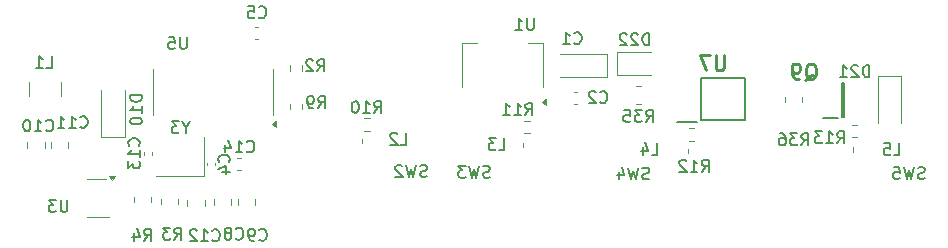
<source format=gbr>
%TF.GenerationSoftware,KiCad,Pcbnew,9.0.1*%
%TF.CreationDate,2025-06-20T00:57:13+09:00*%
%TF.ProjectId,NanoV3.3,4e616e6f-5633-42e3-932e-6b696361645f,rev?*%
%TF.SameCoordinates,Original*%
%TF.FileFunction,Legend,Bot*%
%TF.FilePolarity,Positive*%
%FSLAX46Y46*%
G04 Gerber Fmt 4.6, Leading zero omitted, Abs format (unit mm)*
G04 Created by KiCad (PCBNEW 9.0.1) date 2025-06-20 00:57:13*
%MOMM*%
%LPD*%
G01*
G04 APERTURE LIST*
%ADD10C,0.150000*%
%ADD11C,0.254000*%
%ADD12C,0.120000*%
%ADD13C,0.200000*%
G04 APERTURE END LIST*
D10*
X103319580Y-124433333D02*
X103367200Y-124385714D01*
X103367200Y-124385714D02*
X103414819Y-124242857D01*
X103414819Y-124242857D02*
X103414819Y-124147619D01*
X103414819Y-124147619D02*
X103367200Y-124004762D01*
X103367200Y-124004762D02*
X103271961Y-123909524D01*
X103271961Y-123909524D02*
X103176723Y-123861905D01*
X103176723Y-123861905D02*
X102986247Y-123814286D01*
X102986247Y-123814286D02*
X102843390Y-123814286D01*
X102843390Y-123814286D02*
X102652914Y-123861905D01*
X102652914Y-123861905D02*
X102557676Y-123909524D01*
X102557676Y-123909524D02*
X102462438Y-124004762D01*
X102462438Y-124004762D02*
X102414819Y-124147619D01*
X102414819Y-124147619D02*
X102414819Y-124242857D01*
X102414819Y-124242857D02*
X102462438Y-124385714D01*
X102462438Y-124385714D02*
X102510057Y-124433333D01*
X102748152Y-125290476D02*
X103414819Y-125290476D01*
X102367200Y-125052381D02*
X103081485Y-124814286D01*
X103081485Y-124814286D02*
X103081485Y-125433333D01*
X99676190Y-121528628D02*
X99676190Y-122004819D01*
X100009523Y-121004819D02*
X99676190Y-121528628D01*
X99676190Y-121528628D02*
X99342857Y-121004819D01*
X99104761Y-121004819D02*
X98485714Y-121004819D01*
X98485714Y-121004819D02*
X98819047Y-121385771D01*
X98819047Y-121385771D02*
X98676190Y-121385771D01*
X98676190Y-121385771D02*
X98580952Y-121433390D01*
X98580952Y-121433390D02*
X98533333Y-121481009D01*
X98533333Y-121481009D02*
X98485714Y-121576247D01*
X98485714Y-121576247D02*
X98485714Y-121814342D01*
X98485714Y-121814342D02*
X98533333Y-121909580D01*
X98533333Y-121909580D02*
X98580952Y-121957200D01*
X98580952Y-121957200D02*
X98676190Y-122004819D01*
X98676190Y-122004819D02*
X98961904Y-122004819D01*
X98961904Y-122004819D02*
X99057142Y-121957200D01*
X99057142Y-121957200D02*
X99104761Y-121909580D01*
X95954819Y-118785714D02*
X94954819Y-118785714D01*
X94954819Y-118785714D02*
X94954819Y-119023809D01*
X94954819Y-119023809D02*
X95002438Y-119166666D01*
X95002438Y-119166666D02*
X95097676Y-119261904D01*
X95097676Y-119261904D02*
X95192914Y-119309523D01*
X95192914Y-119309523D02*
X95383390Y-119357142D01*
X95383390Y-119357142D02*
X95526247Y-119357142D01*
X95526247Y-119357142D02*
X95716723Y-119309523D01*
X95716723Y-119309523D02*
X95811961Y-119261904D01*
X95811961Y-119261904D02*
X95907200Y-119166666D01*
X95907200Y-119166666D02*
X95954819Y-119023809D01*
X95954819Y-119023809D02*
X95954819Y-118785714D01*
X95954819Y-120309523D02*
X95954819Y-119738095D01*
X95954819Y-120023809D02*
X94954819Y-120023809D01*
X94954819Y-120023809D02*
X95097676Y-119928571D01*
X95097676Y-119928571D02*
X95192914Y-119833333D01*
X95192914Y-119833333D02*
X95240533Y-119738095D01*
X94954819Y-120928571D02*
X94954819Y-121023809D01*
X94954819Y-121023809D02*
X95002438Y-121119047D01*
X95002438Y-121119047D02*
X95050057Y-121166666D01*
X95050057Y-121166666D02*
X95145295Y-121214285D01*
X95145295Y-121214285D02*
X95335771Y-121261904D01*
X95335771Y-121261904D02*
X95573866Y-121261904D01*
X95573866Y-121261904D02*
X95764342Y-121214285D01*
X95764342Y-121214285D02*
X95859580Y-121166666D01*
X95859580Y-121166666D02*
X95907200Y-121119047D01*
X95907200Y-121119047D02*
X95954819Y-121023809D01*
X95954819Y-121023809D02*
X95954819Y-120928571D01*
X95954819Y-120928571D02*
X95907200Y-120833333D01*
X95907200Y-120833333D02*
X95859580Y-120785714D01*
X95859580Y-120785714D02*
X95764342Y-120738095D01*
X95764342Y-120738095D02*
X95573866Y-120690476D01*
X95573866Y-120690476D02*
X95335771Y-120690476D01*
X95335771Y-120690476D02*
X95145295Y-120738095D01*
X95145295Y-120738095D02*
X95050057Y-120785714D01*
X95050057Y-120785714D02*
X95002438Y-120833333D01*
X95002438Y-120833333D02*
X94954819Y-120928571D01*
X104842857Y-123529580D02*
X104890476Y-123577200D01*
X104890476Y-123577200D02*
X105033333Y-123624819D01*
X105033333Y-123624819D02*
X105128571Y-123624819D01*
X105128571Y-123624819D02*
X105271428Y-123577200D01*
X105271428Y-123577200D02*
X105366666Y-123481961D01*
X105366666Y-123481961D02*
X105414285Y-123386723D01*
X105414285Y-123386723D02*
X105461904Y-123196247D01*
X105461904Y-123196247D02*
X105461904Y-123053390D01*
X105461904Y-123053390D02*
X105414285Y-122862914D01*
X105414285Y-122862914D02*
X105366666Y-122767676D01*
X105366666Y-122767676D02*
X105271428Y-122672438D01*
X105271428Y-122672438D02*
X105128571Y-122624819D01*
X105128571Y-122624819D02*
X105033333Y-122624819D01*
X105033333Y-122624819D02*
X104890476Y-122672438D01*
X104890476Y-122672438D02*
X104842857Y-122720057D01*
X103890476Y-123624819D02*
X104461904Y-123624819D01*
X104176190Y-123624819D02*
X104176190Y-122624819D01*
X104176190Y-122624819D02*
X104271428Y-122767676D01*
X104271428Y-122767676D02*
X104366666Y-122862914D01*
X104366666Y-122862914D02*
X104461904Y-122910533D01*
X103033333Y-122958152D02*
X103033333Y-123624819D01*
X103271428Y-122577200D02*
X103509523Y-123291485D01*
X103509523Y-123291485D02*
X102890476Y-123291485D01*
X95699580Y-123057142D02*
X95747200Y-123009523D01*
X95747200Y-123009523D02*
X95794819Y-122866666D01*
X95794819Y-122866666D02*
X95794819Y-122771428D01*
X95794819Y-122771428D02*
X95747200Y-122628571D01*
X95747200Y-122628571D02*
X95651961Y-122533333D01*
X95651961Y-122533333D02*
X95556723Y-122485714D01*
X95556723Y-122485714D02*
X95366247Y-122438095D01*
X95366247Y-122438095D02*
X95223390Y-122438095D01*
X95223390Y-122438095D02*
X95032914Y-122485714D01*
X95032914Y-122485714D02*
X94937676Y-122533333D01*
X94937676Y-122533333D02*
X94842438Y-122628571D01*
X94842438Y-122628571D02*
X94794819Y-122771428D01*
X94794819Y-122771428D02*
X94794819Y-122866666D01*
X94794819Y-122866666D02*
X94842438Y-123009523D01*
X94842438Y-123009523D02*
X94890057Y-123057142D01*
X95794819Y-124009523D02*
X95794819Y-123438095D01*
X95794819Y-123723809D02*
X94794819Y-123723809D01*
X94794819Y-123723809D02*
X94937676Y-123628571D01*
X94937676Y-123628571D02*
X95032914Y-123533333D01*
X95032914Y-123533333D02*
X95080533Y-123438095D01*
X94794819Y-124342857D02*
X94794819Y-124961904D01*
X94794819Y-124961904D02*
X95175771Y-124628571D01*
X95175771Y-124628571D02*
X95175771Y-124771428D01*
X95175771Y-124771428D02*
X95223390Y-124866666D01*
X95223390Y-124866666D02*
X95271009Y-124914285D01*
X95271009Y-124914285D02*
X95366247Y-124961904D01*
X95366247Y-124961904D02*
X95604342Y-124961904D01*
X95604342Y-124961904D02*
X95699580Y-124914285D01*
X95699580Y-124914285D02*
X95747200Y-124866666D01*
X95747200Y-124866666D02*
X95794819Y-124771428D01*
X95794819Y-124771428D02*
X95794819Y-124485714D01*
X95794819Y-124485714D02*
X95747200Y-124390476D01*
X95747200Y-124390476D02*
X95699580Y-124342857D01*
X98716666Y-131004819D02*
X99049999Y-130528628D01*
X99288094Y-131004819D02*
X99288094Y-130004819D01*
X99288094Y-130004819D02*
X98907142Y-130004819D01*
X98907142Y-130004819D02*
X98811904Y-130052438D01*
X98811904Y-130052438D02*
X98764285Y-130100057D01*
X98764285Y-130100057D02*
X98716666Y-130195295D01*
X98716666Y-130195295D02*
X98716666Y-130338152D01*
X98716666Y-130338152D02*
X98764285Y-130433390D01*
X98764285Y-130433390D02*
X98811904Y-130481009D01*
X98811904Y-130481009D02*
X98907142Y-130528628D01*
X98907142Y-130528628D02*
X99288094Y-130528628D01*
X98383332Y-130004819D02*
X97764285Y-130004819D01*
X97764285Y-130004819D02*
X98097618Y-130385771D01*
X98097618Y-130385771D02*
X97954761Y-130385771D01*
X97954761Y-130385771D02*
X97859523Y-130433390D01*
X97859523Y-130433390D02*
X97811904Y-130481009D01*
X97811904Y-130481009D02*
X97764285Y-130576247D01*
X97764285Y-130576247D02*
X97764285Y-130814342D01*
X97764285Y-130814342D02*
X97811904Y-130909580D01*
X97811904Y-130909580D02*
X97859523Y-130957200D01*
X97859523Y-130957200D02*
X97954761Y-131004819D01*
X97954761Y-131004819D02*
X98240475Y-131004819D01*
X98240475Y-131004819D02*
X98335713Y-130957200D01*
X98335713Y-130957200D02*
X98383332Y-130909580D01*
X159627030Y-123859819D02*
X160103220Y-123859819D01*
X160103220Y-123859819D02*
X160103220Y-122859819D01*
X158817506Y-122859819D02*
X159293696Y-122859819D01*
X159293696Y-122859819D02*
X159341315Y-123336009D01*
X159341315Y-123336009D02*
X159293696Y-123288390D01*
X159293696Y-123288390D02*
X159198458Y-123240771D01*
X159198458Y-123240771D02*
X158960363Y-123240771D01*
X158960363Y-123240771D02*
X158865125Y-123288390D01*
X158865125Y-123288390D02*
X158817506Y-123336009D01*
X158817506Y-123336009D02*
X158769887Y-123431247D01*
X158769887Y-123431247D02*
X158769887Y-123669342D01*
X158769887Y-123669342D02*
X158817506Y-123764580D01*
X158817506Y-123764580D02*
X158865125Y-123812200D01*
X158865125Y-123812200D02*
X158960363Y-123859819D01*
X158960363Y-123859819D02*
X159198458Y-123859819D01*
X159198458Y-123859819D02*
X159293696Y-123812200D01*
X159293696Y-123812200D02*
X159341315Y-123764580D01*
X143380115Y-125254819D02*
X143713448Y-124778628D01*
X143951543Y-125254819D02*
X143951543Y-124254819D01*
X143951543Y-124254819D02*
X143570591Y-124254819D01*
X143570591Y-124254819D02*
X143475353Y-124302438D01*
X143475353Y-124302438D02*
X143427734Y-124350057D01*
X143427734Y-124350057D02*
X143380115Y-124445295D01*
X143380115Y-124445295D02*
X143380115Y-124588152D01*
X143380115Y-124588152D02*
X143427734Y-124683390D01*
X143427734Y-124683390D02*
X143475353Y-124731009D01*
X143475353Y-124731009D02*
X143570591Y-124778628D01*
X143570591Y-124778628D02*
X143951543Y-124778628D01*
X142427734Y-125254819D02*
X142999162Y-125254819D01*
X142713448Y-125254819D02*
X142713448Y-124254819D01*
X142713448Y-124254819D02*
X142808686Y-124397676D01*
X142808686Y-124397676D02*
X142903924Y-124492914D01*
X142903924Y-124492914D02*
X142999162Y-124540533D01*
X142046781Y-124350057D02*
X141999162Y-124302438D01*
X141999162Y-124302438D02*
X141903924Y-124254819D01*
X141903924Y-124254819D02*
X141665829Y-124254819D01*
X141665829Y-124254819D02*
X141570591Y-124302438D01*
X141570591Y-124302438D02*
X141522972Y-124350057D01*
X141522972Y-124350057D02*
X141475353Y-124445295D01*
X141475353Y-124445295D02*
X141475353Y-124540533D01*
X141475353Y-124540533D02*
X141522972Y-124683390D01*
X141522972Y-124683390D02*
X142094400Y-125254819D01*
X142094400Y-125254819D02*
X141475353Y-125254819D01*
X90742857Y-121459580D02*
X90790476Y-121507200D01*
X90790476Y-121507200D02*
X90933333Y-121554819D01*
X90933333Y-121554819D02*
X91028571Y-121554819D01*
X91028571Y-121554819D02*
X91171428Y-121507200D01*
X91171428Y-121507200D02*
X91266666Y-121411961D01*
X91266666Y-121411961D02*
X91314285Y-121316723D01*
X91314285Y-121316723D02*
X91361904Y-121126247D01*
X91361904Y-121126247D02*
X91361904Y-120983390D01*
X91361904Y-120983390D02*
X91314285Y-120792914D01*
X91314285Y-120792914D02*
X91266666Y-120697676D01*
X91266666Y-120697676D02*
X91171428Y-120602438D01*
X91171428Y-120602438D02*
X91028571Y-120554819D01*
X91028571Y-120554819D02*
X90933333Y-120554819D01*
X90933333Y-120554819D02*
X90790476Y-120602438D01*
X90790476Y-120602438D02*
X90742857Y-120650057D01*
X89790476Y-121554819D02*
X90361904Y-121554819D01*
X90076190Y-121554819D02*
X90076190Y-120554819D01*
X90076190Y-120554819D02*
X90171428Y-120697676D01*
X90171428Y-120697676D02*
X90266666Y-120792914D01*
X90266666Y-120792914D02*
X90361904Y-120840533D01*
X88838095Y-121554819D02*
X89409523Y-121554819D01*
X89123809Y-121554819D02*
X89123809Y-120554819D01*
X89123809Y-120554819D02*
X89219047Y-120697676D01*
X89219047Y-120697676D02*
X89314285Y-120792914D01*
X89314285Y-120792914D02*
X89409523Y-120840533D01*
X139127030Y-123829819D02*
X139603220Y-123829819D01*
X139603220Y-123829819D02*
X139603220Y-122829819D01*
X138365125Y-123163152D02*
X138365125Y-123829819D01*
X138603220Y-122782200D02*
X138841315Y-123496485D01*
X138841315Y-123496485D02*
X138222268Y-123496485D01*
X103916666Y-130909580D02*
X103964285Y-130957200D01*
X103964285Y-130957200D02*
X104107142Y-131004819D01*
X104107142Y-131004819D02*
X104202380Y-131004819D01*
X104202380Y-131004819D02*
X104345237Y-130957200D01*
X104345237Y-130957200D02*
X104440475Y-130861961D01*
X104440475Y-130861961D02*
X104488094Y-130766723D01*
X104488094Y-130766723D02*
X104535713Y-130576247D01*
X104535713Y-130576247D02*
X104535713Y-130433390D01*
X104535713Y-130433390D02*
X104488094Y-130242914D01*
X104488094Y-130242914D02*
X104440475Y-130147676D01*
X104440475Y-130147676D02*
X104345237Y-130052438D01*
X104345237Y-130052438D02*
X104202380Y-130004819D01*
X104202380Y-130004819D02*
X104107142Y-130004819D01*
X104107142Y-130004819D02*
X103964285Y-130052438D01*
X103964285Y-130052438D02*
X103916666Y-130100057D01*
X103345237Y-130433390D02*
X103440475Y-130385771D01*
X103440475Y-130385771D02*
X103488094Y-130338152D01*
X103488094Y-130338152D02*
X103535713Y-130242914D01*
X103535713Y-130242914D02*
X103535713Y-130195295D01*
X103535713Y-130195295D02*
X103488094Y-130100057D01*
X103488094Y-130100057D02*
X103440475Y-130052438D01*
X103440475Y-130052438D02*
X103345237Y-130004819D01*
X103345237Y-130004819D02*
X103154761Y-130004819D01*
X103154761Y-130004819D02*
X103059523Y-130052438D01*
X103059523Y-130052438D02*
X103011904Y-130100057D01*
X103011904Y-130100057D02*
X102964285Y-130195295D01*
X102964285Y-130195295D02*
X102964285Y-130242914D01*
X102964285Y-130242914D02*
X103011904Y-130338152D01*
X103011904Y-130338152D02*
X103059523Y-130385771D01*
X103059523Y-130385771D02*
X103154761Y-130433390D01*
X103154761Y-130433390D02*
X103345237Y-130433390D01*
X103345237Y-130433390D02*
X103440475Y-130481009D01*
X103440475Y-130481009D02*
X103488094Y-130528628D01*
X103488094Y-130528628D02*
X103535713Y-130623866D01*
X103535713Y-130623866D02*
X103535713Y-130814342D01*
X103535713Y-130814342D02*
X103488094Y-130909580D01*
X103488094Y-130909580D02*
X103440475Y-130957200D01*
X103440475Y-130957200D02*
X103345237Y-131004819D01*
X103345237Y-131004819D02*
X103154761Y-131004819D01*
X103154761Y-131004819D02*
X103059523Y-130957200D01*
X103059523Y-130957200D02*
X103011904Y-130909580D01*
X103011904Y-130909580D02*
X102964285Y-130814342D01*
X102964285Y-130814342D02*
X102964285Y-130623866D01*
X102964285Y-130623866D02*
X103011904Y-130528628D01*
X103011904Y-130528628D02*
X103059523Y-130481009D01*
X103059523Y-130481009D02*
X103154761Y-130433390D01*
X87842857Y-121759580D02*
X87890476Y-121807200D01*
X87890476Y-121807200D02*
X88033333Y-121854819D01*
X88033333Y-121854819D02*
X88128571Y-121854819D01*
X88128571Y-121854819D02*
X88271428Y-121807200D01*
X88271428Y-121807200D02*
X88366666Y-121711961D01*
X88366666Y-121711961D02*
X88414285Y-121616723D01*
X88414285Y-121616723D02*
X88461904Y-121426247D01*
X88461904Y-121426247D02*
X88461904Y-121283390D01*
X88461904Y-121283390D02*
X88414285Y-121092914D01*
X88414285Y-121092914D02*
X88366666Y-120997676D01*
X88366666Y-120997676D02*
X88271428Y-120902438D01*
X88271428Y-120902438D02*
X88128571Y-120854819D01*
X88128571Y-120854819D02*
X88033333Y-120854819D01*
X88033333Y-120854819D02*
X87890476Y-120902438D01*
X87890476Y-120902438D02*
X87842857Y-120950057D01*
X86890476Y-121854819D02*
X87461904Y-121854819D01*
X87176190Y-121854819D02*
X87176190Y-120854819D01*
X87176190Y-120854819D02*
X87271428Y-120997676D01*
X87271428Y-120997676D02*
X87366666Y-121092914D01*
X87366666Y-121092914D02*
X87461904Y-121140533D01*
X86271428Y-120854819D02*
X86176190Y-120854819D01*
X86176190Y-120854819D02*
X86080952Y-120902438D01*
X86080952Y-120902438D02*
X86033333Y-120950057D01*
X86033333Y-120950057D02*
X85985714Y-121045295D01*
X85985714Y-121045295D02*
X85938095Y-121235771D01*
X85938095Y-121235771D02*
X85938095Y-121473866D01*
X85938095Y-121473866D02*
X85985714Y-121664342D01*
X85985714Y-121664342D02*
X86033333Y-121759580D01*
X86033333Y-121759580D02*
X86080952Y-121807200D01*
X86080952Y-121807200D02*
X86176190Y-121854819D01*
X86176190Y-121854819D02*
X86271428Y-121854819D01*
X86271428Y-121854819D02*
X86366666Y-121807200D01*
X86366666Y-121807200D02*
X86414285Y-121759580D01*
X86414285Y-121759580D02*
X86461904Y-121664342D01*
X86461904Y-121664342D02*
X86509523Y-121473866D01*
X86509523Y-121473866D02*
X86509523Y-121235771D01*
X86509523Y-121235771D02*
X86461904Y-121045295D01*
X86461904Y-121045295D02*
X86414285Y-120950057D01*
X86414285Y-120950057D02*
X86366666Y-120902438D01*
X86366666Y-120902438D02*
X86271428Y-120854819D01*
X134766666Y-119359580D02*
X134814285Y-119407200D01*
X134814285Y-119407200D02*
X134957142Y-119454819D01*
X134957142Y-119454819D02*
X135052380Y-119454819D01*
X135052380Y-119454819D02*
X135195237Y-119407200D01*
X135195237Y-119407200D02*
X135290475Y-119311961D01*
X135290475Y-119311961D02*
X135338094Y-119216723D01*
X135338094Y-119216723D02*
X135385713Y-119026247D01*
X135385713Y-119026247D02*
X135385713Y-118883390D01*
X135385713Y-118883390D02*
X135338094Y-118692914D01*
X135338094Y-118692914D02*
X135290475Y-118597676D01*
X135290475Y-118597676D02*
X135195237Y-118502438D01*
X135195237Y-118502438D02*
X135052380Y-118454819D01*
X135052380Y-118454819D02*
X134957142Y-118454819D01*
X134957142Y-118454819D02*
X134814285Y-118502438D01*
X134814285Y-118502438D02*
X134766666Y-118550057D01*
X134385713Y-118550057D02*
X134338094Y-118502438D01*
X134338094Y-118502438D02*
X134242856Y-118454819D01*
X134242856Y-118454819D02*
X134004761Y-118454819D01*
X134004761Y-118454819D02*
X133909523Y-118502438D01*
X133909523Y-118502438D02*
X133861904Y-118550057D01*
X133861904Y-118550057D02*
X133814285Y-118645295D01*
X133814285Y-118645295D02*
X133814285Y-118740533D01*
X133814285Y-118740533D02*
X133861904Y-118883390D01*
X133861904Y-118883390D02*
X134433332Y-119454819D01*
X134433332Y-119454819D02*
X133814285Y-119454819D01*
X110826666Y-116754819D02*
X111159999Y-116278628D01*
X111398094Y-116754819D02*
X111398094Y-115754819D01*
X111398094Y-115754819D02*
X111017142Y-115754819D01*
X111017142Y-115754819D02*
X110921904Y-115802438D01*
X110921904Y-115802438D02*
X110874285Y-115850057D01*
X110874285Y-115850057D02*
X110826666Y-115945295D01*
X110826666Y-115945295D02*
X110826666Y-116088152D01*
X110826666Y-116088152D02*
X110874285Y-116183390D01*
X110874285Y-116183390D02*
X110921904Y-116231009D01*
X110921904Y-116231009D02*
X111017142Y-116278628D01*
X111017142Y-116278628D02*
X111398094Y-116278628D01*
X110445713Y-115850057D02*
X110398094Y-115802438D01*
X110398094Y-115802438D02*
X110302856Y-115754819D01*
X110302856Y-115754819D02*
X110064761Y-115754819D01*
X110064761Y-115754819D02*
X109969523Y-115802438D01*
X109969523Y-115802438D02*
X109921904Y-115850057D01*
X109921904Y-115850057D02*
X109874285Y-115945295D01*
X109874285Y-115945295D02*
X109874285Y-116040533D01*
X109874285Y-116040533D02*
X109921904Y-116183390D01*
X109921904Y-116183390D02*
X110493332Y-116754819D01*
X110493332Y-116754819D02*
X109874285Y-116754819D01*
D11*
X152120952Y-117495270D02*
X152241904Y-117434794D01*
X152241904Y-117434794D02*
X152362857Y-117313842D01*
X152362857Y-117313842D02*
X152544285Y-117132413D01*
X152544285Y-117132413D02*
X152665238Y-117071937D01*
X152665238Y-117071937D02*
X152786190Y-117071937D01*
X152725714Y-117374318D02*
X152846666Y-117313842D01*
X152846666Y-117313842D02*
X152967619Y-117192889D01*
X152967619Y-117192889D02*
X153028095Y-116950984D01*
X153028095Y-116950984D02*
X153028095Y-116527651D01*
X153028095Y-116527651D02*
X152967619Y-116285746D01*
X152967619Y-116285746D02*
X152846666Y-116164794D01*
X152846666Y-116164794D02*
X152725714Y-116104318D01*
X152725714Y-116104318D02*
X152483809Y-116104318D01*
X152483809Y-116104318D02*
X152362857Y-116164794D01*
X152362857Y-116164794D02*
X152241904Y-116285746D01*
X152241904Y-116285746D02*
X152181428Y-116527651D01*
X152181428Y-116527651D02*
X152181428Y-116950984D01*
X152181428Y-116950984D02*
X152241904Y-117192889D01*
X152241904Y-117192889D02*
X152362857Y-117313842D01*
X152362857Y-117313842D02*
X152483809Y-117374318D01*
X152483809Y-117374318D02*
X152725714Y-117374318D01*
X151576666Y-117374318D02*
X151334762Y-117374318D01*
X151334762Y-117374318D02*
X151213809Y-117313842D01*
X151213809Y-117313842D02*
X151153333Y-117253365D01*
X151153333Y-117253365D02*
X151032381Y-117071937D01*
X151032381Y-117071937D02*
X150971904Y-116830032D01*
X150971904Y-116830032D02*
X150971904Y-116346222D01*
X150971904Y-116346222D02*
X151032381Y-116225270D01*
X151032381Y-116225270D02*
X151092857Y-116164794D01*
X151092857Y-116164794D02*
X151213809Y-116104318D01*
X151213809Y-116104318D02*
X151455714Y-116104318D01*
X151455714Y-116104318D02*
X151576666Y-116164794D01*
X151576666Y-116164794D02*
X151637143Y-116225270D01*
X151637143Y-116225270D02*
X151697619Y-116346222D01*
X151697619Y-116346222D02*
X151697619Y-116648603D01*
X151697619Y-116648603D02*
X151637143Y-116769556D01*
X151637143Y-116769556D02*
X151576666Y-116830032D01*
X151576666Y-116830032D02*
X151455714Y-116890508D01*
X151455714Y-116890508D02*
X151213809Y-116890508D01*
X151213809Y-116890508D02*
X151092857Y-116830032D01*
X151092857Y-116830032D02*
X151032381Y-116769556D01*
X151032381Y-116769556D02*
X150971904Y-116648603D01*
X145267619Y-115404318D02*
X145267619Y-116432413D01*
X145267619Y-116432413D02*
X145207142Y-116553365D01*
X145207142Y-116553365D02*
X145146666Y-116613842D01*
X145146666Y-116613842D02*
X145025714Y-116674318D01*
X145025714Y-116674318D02*
X144783809Y-116674318D01*
X144783809Y-116674318D02*
X144662857Y-116613842D01*
X144662857Y-116613842D02*
X144602380Y-116553365D01*
X144602380Y-116553365D02*
X144541904Y-116432413D01*
X144541904Y-116432413D02*
X144541904Y-115404318D01*
X144058095Y-115404318D02*
X143211428Y-115404318D01*
X143211428Y-115404318D02*
X143755714Y-116674318D01*
D10*
X125424173Y-125722200D02*
X125281316Y-125769819D01*
X125281316Y-125769819D02*
X125043221Y-125769819D01*
X125043221Y-125769819D02*
X124947983Y-125722200D01*
X124947983Y-125722200D02*
X124900364Y-125674580D01*
X124900364Y-125674580D02*
X124852745Y-125579342D01*
X124852745Y-125579342D02*
X124852745Y-125484104D01*
X124852745Y-125484104D02*
X124900364Y-125388866D01*
X124900364Y-125388866D02*
X124947983Y-125341247D01*
X124947983Y-125341247D02*
X125043221Y-125293628D01*
X125043221Y-125293628D02*
X125233697Y-125246009D01*
X125233697Y-125246009D02*
X125328935Y-125198390D01*
X125328935Y-125198390D02*
X125376554Y-125150771D01*
X125376554Y-125150771D02*
X125424173Y-125055533D01*
X125424173Y-125055533D02*
X125424173Y-124960295D01*
X125424173Y-124960295D02*
X125376554Y-124865057D01*
X125376554Y-124865057D02*
X125328935Y-124817438D01*
X125328935Y-124817438D02*
X125233697Y-124769819D01*
X125233697Y-124769819D02*
X124995602Y-124769819D01*
X124995602Y-124769819D02*
X124852745Y-124817438D01*
X124519411Y-124769819D02*
X124281316Y-125769819D01*
X124281316Y-125769819D02*
X124090840Y-125055533D01*
X124090840Y-125055533D02*
X123900364Y-125769819D01*
X123900364Y-125769819D02*
X123662269Y-124769819D01*
X123376554Y-124769819D02*
X122757507Y-124769819D01*
X122757507Y-124769819D02*
X123090840Y-125150771D01*
X123090840Y-125150771D02*
X122947983Y-125150771D01*
X122947983Y-125150771D02*
X122852745Y-125198390D01*
X122852745Y-125198390D02*
X122805126Y-125246009D01*
X122805126Y-125246009D02*
X122757507Y-125341247D01*
X122757507Y-125341247D02*
X122757507Y-125579342D01*
X122757507Y-125579342D02*
X122805126Y-125674580D01*
X122805126Y-125674580D02*
X122852745Y-125722200D01*
X122852745Y-125722200D02*
X122947983Y-125769819D01*
X122947983Y-125769819D02*
X123233697Y-125769819D01*
X123233697Y-125769819D02*
X123328935Y-125722200D01*
X123328935Y-125722200D02*
X123376554Y-125674580D01*
X105866666Y-112159580D02*
X105914285Y-112207200D01*
X105914285Y-112207200D02*
X106057142Y-112254819D01*
X106057142Y-112254819D02*
X106152380Y-112254819D01*
X106152380Y-112254819D02*
X106295237Y-112207200D01*
X106295237Y-112207200D02*
X106390475Y-112111961D01*
X106390475Y-112111961D02*
X106438094Y-112016723D01*
X106438094Y-112016723D02*
X106485713Y-111826247D01*
X106485713Y-111826247D02*
X106485713Y-111683390D01*
X106485713Y-111683390D02*
X106438094Y-111492914D01*
X106438094Y-111492914D02*
X106390475Y-111397676D01*
X106390475Y-111397676D02*
X106295237Y-111302438D01*
X106295237Y-111302438D02*
X106152380Y-111254819D01*
X106152380Y-111254819D02*
X106057142Y-111254819D01*
X106057142Y-111254819D02*
X105914285Y-111302438D01*
X105914285Y-111302438D02*
X105866666Y-111350057D01*
X104961904Y-111254819D02*
X105438094Y-111254819D01*
X105438094Y-111254819D02*
X105485713Y-111731009D01*
X105485713Y-111731009D02*
X105438094Y-111683390D01*
X105438094Y-111683390D02*
X105342856Y-111635771D01*
X105342856Y-111635771D02*
X105104761Y-111635771D01*
X105104761Y-111635771D02*
X105009523Y-111683390D01*
X105009523Y-111683390D02*
X104961904Y-111731009D01*
X104961904Y-111731009D02*
X104914285Y-111826247D01*
X104914285Y-111826247D02*
X104914285Y-112064342D01*
X104914285Y-112064342D02*
X104961904Y-112159580D01*
X104961904Y-112159580D02*
X105009523Y-112207200D01*
X105009523Y-112207200D02*
X105104761Y-112254819D01*
X105104761Y-112254819D02*
X105342856Y-112254819D01*
X105342856Y-112254819D02*
X105438094Y-112207200D01*
X105438094Y-112207200D02*
X105485713Y-112159580D01*
X132566666Y-114359580D02*
X132614285Y-114407200D01*
X132614285Y-114407200D02*
X132757142Y-114454819D01*
X132757142Y-114454819D02*
X132852380Y-114454819D01*
X132852380Y-114454819D02*
X132995237Y-114407200D01*
X132995237Y-114407200D02*
X133090475Y-114311961D01*
X133090475Y-114311961D02*
X133138094Y-114216723D01*
X133138094Y-114216723D02*
X133185713Y-114026247D01*
X133185713Y-114026247D02*
X133185713Y-113883390D01*
X133185713Y-113883390D02*
X133138094Y-113692914D01*
X133138094Y-113692914D02*
X133090475Y-113597676D01*
X133090475Y-113597676D02*
X132995237Y-113502438D01*
X132995237Y-113502438D02*
X132852380Y-113454819D01*
X132852380Y-113454819D02*
X132757142Y-113454819D01*
X132757142Y-113454819D02*
X132614285Y-113502438D01*
X132614285Y-113502438D02*
X132566666Y-113550057D01*
X131614285Y-114454819D02*
X132185713Y-114454819D01*
X131899999Y-114454819D02*
X131899999Y-113454819D01*
X131899999Y-113454819D02*
X131995237Y-113597676D01*
X131995237Y-113597676D02*
X132090475Y-113692914D01*
X132090475Y-113692914D02*
X132185713Y-113740533D01*
X128442857Y-120454819D02*
X128776190Y-119978628D01*
X129014285Y-120454819D02*
X129014285Y-119454819D01*
X129014285Y-119454819D02*
X128633333Y-119454819D01*
X128633333Y-119454819D02*
X128538095Y-119502438D01*
X128538095Y-119502438D02*
X128490476Y-119550057D01*
X128490476Y-119550057D02*
X128442857Y-119645295D01*
X128442857Y-119645295D02*
X128442857Y-119788152D01*
X128442857Y-119788152D02*
X128490476Y-119883390D01*
X128490476Y-119883390D02*
X128538095Y-119931009D01*
X128538095Y-119931009D02*
X128633333Y-119978628D01*
X128633333Y-119978628D02*
X129014285Y-119978628D01*
X127490476Y-120454819D02*
X128061904Y-120454819D01*
X127776190Y-120454819D02*
X127776190Y-119454819D01*
X127776190Y-119454819D02*
X127871428Y-119597676D01*
X127871428Y-119597676D02*
X127966666Y-119692914D01*
X127966666Y-119692914D02*
X128061904Y-119740533D01*
X126538095Y-120454819D02*
X127109523Y-120454819D01*
X126823809Y-120454819D02*
X126823809Y-119454819D01*
X126823809Y-119454819D02*
X126919047Y-119597676D01*
X126919047Y-119597676D02*
X127014285Y-119692914D01*
X127014285Y-119692914D02*
X127109523Y-119740533D01*
X138914285Y-114554819D02*
X138914285Y-113554819D01*
X138914285Y-113554819D02*
X138676190Y-113554819D01*
X138676190Y-113554819D02*
X138533333Y-113602438D01*
X138533333Y-113602438D02*
X138438095Y-113697676D01*
X138438095Y-113697676D02*
X138390476Y-113792914D01*
X138390476Y-113792914D02*
X138342857Y-113983390D01*
X138342857Y-113983390D02*
X138342857Y-114126247D01*
X138342857Y-114126247D02*
X138390476Y-114316723D01*
X138390476Y-114316723D02*
X138438095Y-114411961D01*
X138438095Y-114411961D02*
X138533333Y-114507200D01*
X138533333Y-114507200D02*
X138676190Y-114554819D01*
X138676190Y-114554819D02*
X138914285Y-114554819D01*
X137961904Y-113650057D02*
X137914285Y-113602438D01*
X137914285Y-113602438D02*
X137819047Y-113554819D01*
X137819047Y-113554819D02*
X137580952Y-113554819D01*
X137580952Y-113554819D02*
X137485714Y-113602438D01*
X137485714Y-113602438D02*
X137438095Y-113650057D01*
X137438095Y-113650057D02*
X137390476Y-113745295D01*
X137390476Y-113745295D02*
X137390476Y-113840533D01*
X137390476Y-113840533D02*
X137438095Y-113983390D01*
X137438095Y-113983390D02*
X138009523Y-114554819D01*
X138009523Y-114554819D02*
X137390476Y-114554819D01*
X137009523Y-113650057D02*
X136961904Y-113602438D01*
X136961904Y-113602438D02*
X136866666Y-113554819D01*
X136866666Y-113554819D02*
X136628571Y-113554819D01*
X136628571Y-113554819D02*
X136533333Y-113602438D01*
X136533333Y-113602438D02*
X136485714Y-113650057D01*
X136485714Y-113650057D02*
X136438095Y-113745295D01*
X136438095Y-113745295D02*
X136438095Y-113840533D01*
X136438095Y-113840533D02*
X136485714Y-113983390D01*
X136485714Y-113983390D02*
X137057142Y-114554819D01*
X137057142Y-114554819D02*
X136438095Y-114554819D01*
X105916666Y-131009580D02*
X105964285Y-131057200D01*
X105964285Y-131057200D02*
X106107142Y-131104819D01*
X106107142Y-131104819D02*
X106202380Y-131104819D01*
X106202380Y-131104819D02*
X106345237Y-131057200D01*
X106345237Y-131057200D02*
X106440475Y-130961961D01*
X106440475Y-130961961D02*
X106488094Y-130866723D01*
X106488094Y-130866723D02*
X106535713Y-130676247D01*
X106535713Y-130676247D02*
X106535713Y-130533390D01*
X106535713Y-130533390D02*
X106488094Y-130342914D01*
X106488094Y-130342914D02*
X106440475Y-130247676D01*
X106440475Y-130247676D02*
X106345237Y-130152438D01*
X106345237Y-130152438D02*
X106202380Y-130104819D01*
X106202380Y-130104819D02*
X106107142Y-130104819D01*
X106107142Y-130104819D02*
X105964285Y-130152438D01*
X105964285Y-130152438D02*
X105916666Y-130200057D01*
X105440475Y-131104819D02*
X105249999Y-131104819D01*
X105249999Y-131104819D02*
X105154761Y-131057200D01*
X105154761Y-131057200D02*
X105107142Y-131009580D01*
X105107142Y-131009580D02*
X105011904Y-130866723D01*
X105011904Y-130866723D02*
X104964285Y-130676247D01*
X104964285Y-130676247D02*
X104964285Y-130295295D01*
X104964285Y-130295295D02*
X105011904Y-130200057D01*
X105011904Y-130200057D02*
X105059523Y-130152438D01*
X105059523Y-130152438D02*
X105154761Y-130104819D01*
X105154761Y-130104819D02*
X105345237Y-130104819D01*
X105345237Y-130104819D02*
X105440475Y-130152438D01*
X105440475Y-130152438D02*
X105488094Y-130200057D01*
X105488094Y-130200057D02*
X105535713Y-130295295D01*
X105535713Y-130295295D02*
X105535713Y-130533390D01*
X105535713Y-130533390D02*
X105488094Y-130628628D01*
X105488094Y-130628628D02*
X105440475Y-130676247D01*
X105440475Y-130676247D02*
X105345237Y-130723866D01*
X105345237Y-130723866D02*
X105154761Y-130723866D01*
X105154761Y-130723866D02*
X105059523Y-130676247D01*
X105059523Y-130676247D02*
X105011904Y-130628628D01*
X105011904Y-130628628D02*
X104964285Y-130533390D01*
X99761904Y-113854819D02*
X99761904Y-114664342D01*
X99761904Y-114664342D02*
X99714285Y-114759580D01*
X99714285Y-114759580D02*
X99666666Y-114807200D01*
X99666666Y-114807200D02*
X99571428Y-114854819D01*
X99571428Y-114854819D02*
X99380952Y-114854819D01*
X99380952Y-114854819D02*
X99285714Y-114807200D01*
X99285714Y-114807200D02*
X99238095Y-114759580D01*
X99238095Y-114759580D02*
X99190476Y-114664342D01*
X99190476Y-114664342D02*
X99190476Y-113854819D01*
X98238095Y-113854819D02*
X98714285Y-113854819D01*
X98714285Y-113854819D02*
X98761904Y-114331009D01*
X98761904Y-114331009D02*
X98714285Y-114283390D01*
X98714285Y-114283390D02*
X98619047Y-114235771D01*
X98619047Y-114235771D02*
X98380952Y-114235771D01*
X98380952Y-114235771D02*
X98285714Y-114283390D01*
X98285714Y-114283390D02*
X98238095Y-114331009D01*
X98238095Y-114331009D02*
X98190476Y-114426247D01*
X98190476Y-114426247D02*
X98190476Y-114664342D01*
X98190476Y-114664342D02*
X98238095Y-114759580D01*
X98238095Y-114759580D02*
X98285714Y-114807200D01*
X98285714Y-114807200D02*
X98380952Y-114854819D01*
X98380952Y-114854819D02*
X98619047Y-114854819D01*
X98619047Y-114854819D02*
X98714285Y-114807200D01*
X98714285Y-114807200D02*
X98761904Y-114759580D01*
X151802857Y-123014819D02*
X152136190Y-122538628D01*
X152374285Y-123014819D02*
X152374285Y-122014819D01*
X152374285Y-122014819D02*
X151993333Y-122014819D01*
X151993333Y-122014819D02*
X151898095Y-122062438D01*
X151898095Y-122062438D02*
X151850476Y-122110057D01*
X151850476Y-122110057D02*
X151802857Y-122205295D01*
X151802857Y-122205295D02*
X151802857Y-122348152D01*
X151802857Y-122348152D02*
X151850476Y-122443390D01*
X151850476Y-122443390D02*
X151898095Y-122491009D01*
X151898095Y-122491009D02*
X151993333Y-122538628D01*
X151993333Y-122538628D02*
X152374285Y-122538628D01*
X151469523Y-122014819D02*
X150850476Y-122014819D01*
X150850476Y-122014819D02*
X151183809Y-122395771D01*
X151183809Y-122395771D02*
X151040952Y-122395771D01*
X151040952Y-122395771D02*
X150945714Y-122443390D01*
X150945714Y-122443390D02*
X150898095Y-122491009D01*
X150898095Y-122491009D02*
X150850476Y-122586247D01*
X150850476Y-122586247D02*
X150850476Y-122824342D01*
X150850476Y-122824342D02*
X150898095Y-122919580D01*
X150898095Y-122919580D02*
X150945714Y-122967200D01*
X150945714Y-122967200D02*
X151040952Y-123014819D01*
X151040952Y-123014819D02*
X151326666Y-123014819D01*
X151326666Y-123014819D02*
X151421904Y-122967200D01*
X151421904Y-122967200D02*
X151469523Y-122919580D01*
X149993333Y-122014819D02*
X150183809Y-122014819D01*
X150183809Y-122014819D02*
X150279047Y-122062438D01*
X150279047Y-122062438D02*
X150326666Y-122110057D01*
X150326666Y-122110057D02*
X150421904Y-122252914D01*
X150421904Y-122252914D02*
X150469523Y-122443390D01*
X150469523Y-122443390D02*
X150469523Y-122824342D01*
X150469523Y-122824342D02*
X150421904Y-122919580D01*
X150421904Y-122919580D02*
X150374285Y-122967200D01*
X150374285Y-122967200D02*
X150279047Y-123014819D01*
X150279047Y-123014819D02*
X150088571Y-123014819D01*
X150088571Y-123014819D02*
X149993333Y-122967200D01*
X149993333Y-122967200D02*
X149945714Y-122919580D01*
X149945714Y-122919580D02*
X149898095Y-122824342D01*
X149898095Y-122824342D02*
X149898095Y-122586247D01*
X149898095Y-122586247D02*
X149945714Y-122491009D01*
X149945714Y-122491009D02*
X149993333Y-122443390D01*
X149993333Y-122443390D02*
X150088571Y-122395771D01*
X150088571Y-122395771D02*
X150279047Y-122395771D01*
X150279047Y-122395771D02*
X150374285Y-122443390D01*
X150374285Y-122443390D02*
X150421904Y-122491009D01*
X150421904Y-122491009D02*
X150469523Y-122586247D01*
X157554285Y-117254819D02*
X157554285Y-116254819D01*
X157554285Y-116254819D02*
X157316190Y-116254819D01*
X157316190Y-116254819D02*
X157173333Y-116302438D01*
X157173333Y-116302438D02*
X157078095Y-116397676D01*
X157078095Y-116397676D02*
X157030476Y-116492914D01*
X157030476Y-116492914D02*
X156982857Y-116683390D01*
X156982857Y-116683390D02*
X156982857Y-116826247D01*
X156982857Y-116826247D02*
X157030476Y-117016723D01*
X157030476Y-117016723D02*
X157078095Y-117111961D01*
X157078095Y-117111961D02*
X157173333Y-117207200D01*
X157173333Y-117207200D02*
X157316190Y-117254819D01*
X157316190Y-117254819D02*
X157554285Y-117254819D01*
X156601904Y-116350057D02*
X156554285Y-116302438D01*
X156554285Y-116302438D02*
X156459047Y-116254819D01*
X156459047Y-116254819D02*
X156220952Y-116254819D01*
X156220952Y-116254819D02*
X156125714Y-116302438D01*
X156125714Y-116302438D02*
X156078095Y-116350057D01*
X156078095Y-116350057D02*
X156030476Y-116445295D01*
X156030476Y-116445295D02*
X156030476Y-116540533D01*
X156030476Y-116540533D02*
X156078095Y-116683390D01*
X156078095Y-116683390D02*
X156649523Y-117254819D01*
X156649523Y-117254819D02*
X156030476Y-117254819D01*
X155078095Y-117254819D02*
X155649523Y-117254819D01*
X155363809Y-117254819D02*
X155363809Y-116254819D01*
X155363809Y-116254819D02*
X155459047Y-116397676D01*
X155459047Y-116397676D02*
X155554285Y-116492914D01*
X155554285Y-116492914D02*
X155649523Y-116540533D01*
X138642857Y-121054819D02*
X138976190Y-120578628D01*
X139214285Y-121054819D02*
X139214285Y-120054819D01*
X139214285Y-120054819D02*
X138833333Y-120054819D01*
X138833333Y-120054819D02*
X138738095Y-120102438D01*
X138738095Y-120102438D02*
X138690476Y-120150057D01*
X138690476Y-120150057D02*
X138642857Y-120245295D01*
X138642857Y-120245295D02*
X138642857Y-120388152D01*
X138642857Y-120388152D02*
X138690476Y-120483390D01*
X138690476Y-120483390D02*
X138738095Y-120531009D01*
X138738095Y-120531009D02*
X138833333Y-120578628D01*
X138833333Y-120578628D02*
X139214285Y-120578628D01*
X138309523Y-120054819D02*
X137690476Y-120054819D01*
X137690476Y-120054819D02*
X138023809Y-120435771D01*
X138023809Y-120435771D02*
X137880952Y-120435771D01*
X137880952Y-120435771D02*
X137785714Y-120483390D01*
X137785714Y-120483390D02*
X137738095Y-120531009D01*
X137738095Y-120531009D02*
X137690476Y-120626247D01*
X137690476Y-120626247D02*
X137690476Y-120864342D01*
X137690476Y-120864342D02*
X137738095Y-120959580D01*
X137738095Y-120959580D02*
X137785714Y-121007200D01*
X137785714Y-121007200D02*
X137880952Y-121054819D01*
X137880952Y-121054819D02*
X138166666Y-121054819D01*
X138166666Y-121054819D02*
X138261904Y-121007200D01*
X138261904Y-121007200D02*
X138309523Y-120959580D01*
X136785714Y-120054819D02*
X137261904Y-120054819D01*
X137261904Y-120054819D02*
X137309523Y-120531009D01*
X137309523Y-120531009D02*
X137261904Y-120483390D01*
X137261904Y-120483390D02*
X137166666Y-120435771D01*
X137166666Y-120435771D02*
X136928571Y-120435771D01*
X136928571Y-120435771D02*
X136833333Y-120483390D01*
X136833333Y-120483390D02*
X136785714Y-120531009D01*
X136785714Y-120531009D02*
X136738095Y-120626247D01*
X136738095Y-120626247D02*
X136738095Y-120864342D01*
X136738095Y-120864342D02*
X136785714Y-120959580D01*
X136785714Y-120959580D02*
X136833333Y-121007200D01*
X136833333Y-121007200D02*
X136928571Y-121054819D01*
X136928571Y-121054819D02*
X137166666Y-121054819D01*
X137166666Y-121054819D02*
X137261904Y-121007200D01*
X137261904Y-121007200D02*
X137309523Y-120959580D01*
X126187030Y-123439819D02*
X126663220Y-123439819D01*
X126663220Y-123439819D02*
X126663220Y-122439819D01*
X125948934Y-122439819D02*
X125329887Y-122439819D01*
X125329887Y-122439819D02*
X125663220Y-122820771D01*
X125663220Y-122820771D02*
X125520363Y-122820771D01*
X125520363Y-122820771D02*
X125425125Y-122868390D01*
X125425125Y-122868390D02*
X125377506Y-122916009D01*
X125377506Y-122916009D02*
X125329887Y-123011247D01*
X125329887Y-123011247D02*
X125329887Y-123249342D01*
X125329887Y-123249342D02*
X125377506Y-123344580D01*
X125377506Y-123344580D02*
X125425125Y-123392200D01*
X125425125Y-123392200D02*
X125520363Y-123439819D01*
X125520363Y-123439819D02*
X125806077Y-123439819D01*
X125806077Y-123439819D02*
X125901315Y-123392200D01*
X125901315Y-123392200D02*
X125948934Y-123344580D01*
X101927857Y-131047080D02*
X101975476Y-131094700D01*
X101975476Y-131094700D02*
X102118333Y-131142319D01*
X102118333Y-131142319D02*
X102213571Y-131142319D01*
X102213571Y-131142319D02*
X102356428Y-131094700D01*
X102356428Y-131094700D02*
X102451666Y-130999461D01*
X102451666Y-130999461D02*
X102499285Y-130904223D01*
X102499285Y-130904223D02*
X102546904Y-130713747D01*
X102546904Y-130713747D02*
X102546904Y-130570890D01*
X102546904Y-130570890D02*
X102499285Y-130380414D01*
X102499285Y-130380414D02*
X102451666Y-130285176D01*
X102451666Y-130285176D02*
X102356428Y-130189938D01*
X102356428Y-130189938D02*
X102213571Y-130142319D01*
X102213571Y-130142319D02*
X102118333Y-130142319D01*
X102118333Y-130142319D02*
X101975476Y-130189938D01*
X101975476Y-130189938D02*
X101927857Y-130237557D01*
X100975476Y-131142319D02*
X101546904Y-131142319D01*
X101261190Y-131142319D02*
X101261190Y-130142319D01*
X101261190Y-130142319D02*
X101356428Y-130285176D01*
X101356428Y-130285176D02*
X101451666Y-130380414D01*
X101451666Y-130380414D02*
X101546904Y-130428033D01*
X100594523Y-130237557D02*
X100546904Y-130189938D01*
X100546904Y-130189938D02*
X100451666Y-130142319D01*
X100451666Y-130142319D02*
X100213571Y-130142319D01*
X100213571Y-130142319D02*
X100118333Y-130189938D01*
X100118333Y-130189938D02*
X100070714Y-130237557D01*
X100070714Y-130237557D02*
X100023095Y-130332795D01*
X100023095Y-130332795D02*
X100023095Y-130428033D01*
X100023095Y-130428033D02*
X100070714Y-130570890D01*
X100070714Y-130570890D02*
X100642142Y-131142319D01*
X100642142Y-131142319D02*
X100023095Y-131142319D01*
X120090839Y-125662200D02*
X119947982Y-125709819D01*
X119947982Y-125709819D02*
X119709887Y-125709819D01*
X119709887Y-125709819D02*
X119614649Y-125662200D01*
X119614649Y-125662200D02*
X119567030Y-125614580D01*
X119567030Y-125614580D02*
X119519411Y-125519342D01*
X119519411Y-125519342D02*
X119519411Y-125424104D01*
X119519411Y-125424104D02*
X119567030Y-125328866D01*
X119567030Y-125328866D02*
X119614649Y-125281247D01*
X119614649Y-125281247D02*
X119709887Y-125233628D01*
X119709887Y-125233628D02*
X119900363Y-125186009D01*
X119900363Y-125186009D02*
X119995601Y-125138390D01*
X119995601Y-125138390D02*
X120043220Y-125090771D01*
X120043220Y-125090771D02*
X120090839Y-124995533D01*
X120090839Y-124995533D02*
X120090839Y-124900295D01*
X120090839Y-124900295D02*
X120043220Y-124805057D01*
X120043220Y-124805057D02*
X119995601Y-124757438D01*
X119995601Y-124757438D02*
X119900363Y-124709819D01*
X119900363Y-124709819D02*
X119662268Y-124709819D01*
X119662268Y-124709819D02*
X119519411Y-124757438D01*
X119186077Y-124709819D02*
X118947982Y-125709819D01*
X118947982Y-125709819D02*
X118757506Y-124995533D01*
X118757506Y-124995533D02*
X118567030Y-125709819D01*
X118567030Y-125709819D02*
X118328935Y-124709819D01*
X117995601Y-124805057D02*
X117947982Y-124757438D01*
X117947982Y-124757438D02*
X117852744Y-124709819D01*
X117852744Y-124709819D02*
X117614649Y-124709819D01*
X117614649Y-124709819D02*
X117519411Y-124757438D01*
X117519411Y-124757438D02*
X117471792Y-124805057D01*
X117471792Y-124805057D02*
X117424173Y-124900295D01*
X117424173Y-124900295D02*
X117424173Y-124995533D01*
X117424173Y-124995533D02*
X117471792Y-125138390D01*
X117471792Y-125138390D02*
X118043220Y-125709819D01*
X118043220Y-125709819D02*
X117424173Y-125709819D01*
X115642857Y-120274819D02*
X115976190Y-119798628D01*
X116214285Y-120274819D02*
X116214285Y-119274819D01*
X116214285Y-119274819D02*
X115833333Y-119274819D01*
X115833333Y-119274819D02*
X115738095Y-119322438D01*
X115738095Y-119322438D02*
X115690476Y-119370057D01*
X115690476Y-119370057D02*
X115642857Y-119465295D01*
X115642857Y-119465295D02*
X115642857Y-119608152D01*
X115642857Y-119608152D02*
X115690476Y-119703390D01*
X115690476Y-119703390D02*
X115738095Y-119751009D01*
X115738095Y-119751009D02*
X115833333Y-119798628D01*
X115833333Y-119798628D02*
X116214285Y-119798628D01*
X114690476Y-120274819D02*
X115261904Y-120274819D01*
X114976190Y-120274819D02*
X114976190Y-119274819D01*
X114976190Y-119274819D02*
X115071428Y-119417676D01*
X115071428Y-119417676D02*
X115166666Y-119512914D01*
X115166666Y-119512914D02*
X115261904Y-119560533D01*
X114071428Y-119274819D02*
X113976190Y-119274819D01*
X113976190Y-119274819D02*
X113880952Y-119322438D01*
X113880952Y-119322438D02*
X113833333Y-119370057D01*
X113833333Y-119370057D02*
X113785714Y-119465295D01*
X113785714Y-119465295D02*
X113738095Y-119655771D01*
X113738095Y-119655771D02*
X113738095Y-119893866D01*
X113738095Y-119893866D02*
X113785714Y-120084342D01*
X113785714Y-120084342D02*
X113833333Y-120179580D01*
X113833333Y-120179580D02*
X113880952Y-120227200D01*
X113880952Y-120227200D02*
X113976190Y-120274819D01*
X113976190Y-120274819D02*
X114071428Y-120274819D01*
X114071428Y-120274819D02*
X114166666Y-120227200D01*
X114166666Y-120227200D02*
X114214285Y-120179580D01*
X114214285Y-120179580D02*
X114261904Y-120084342D01*
X114261904Y-120084342D02*
X114309523Y-119893866D01*
X114309523Y-119893866D02*
X114309523Y-119655771D01*
X114309523Y-119655771D02*
X114261904Y-119465295D01*
X114261904Y-119465295D02*
X114214285Y-119370057D01*
X114214285Y-119370057D02*
X114166666Y-119322438D01*
X114166666Y-119322438D02*
X114071428Y-119274819D01*
X138907505Y-125862200D02*
X138764648Y-125909819D01*
X138764648Y-125909819D02*
X138526553Y-125909819D01*
X138526553Y-125909819D02*
X138431315Y-125862200D01*
X138431315Y-125862200D02*
X138383696Y-125814580D01*
X138383696Y-125814580D02*
X138336077Y-125719342D01*
X138336077Y-125719342D02*
X138336077Y-125624104D01*
X138336077Y-125624104D02*
X138383696Y-125528866D01*
X138383696Y-125528866D02*
X138431315Y-125481247D01*
X138431315Y-125481247D02*
X138526553Y-125433628D01*
X138526553Y-125433628D02*
X138717029Y-125386009D01*
X138717029Y-125386009D02*
X138812267Y-125338390D01*
X138812267Y-125338390D02*
X138859886Y-125290771D01*
X138859886Y-125290771D02*
X138907505Y-125195533D01*
X138907505Y-125195533D02*
X138907505Y-125100295D01*
X138907505Y-125100295D02*
X138859886Y-125005057D01*
X138859886Y-125005057D02*
X138812267Y-124957438D01*
X138812267Y-124957438D02*
X138717029Y-124909819D01*
X138717029Y-124909819D02*
X138478934Y-124909819D01*
X138478934Y-124909819D02*
X138336077Y-124957438D01*
X138002743Y-124909819D02*
X137764648Y-125909819D01*
X137764648Y-125909819D02*
X137574172Y-125195533D01*
X137574172Y-125195533D02*
X137383696Y-125909819D01*
X137383696Y-125909819D02*
X137145601Y-124909819D01*
X136336077Y-125243152D02*
X136336077Y-125909819D01*
X136574172Y-124862200D02*
X136812267Y-125576485D01*
X136812267Y-125576485D02*
X136193220Y-125576485D01*
X129161904Y-112254819D02*
X129161904Y-113064342D01*
X129161904Y-113064342D02*
X129114285Y-113159580D01*
X129114285Y-113159580D02*
X129066666Y-113207200D01*
X129066666Y-113207200D02*
X128971428Y-113254819D01*
X128971428Y-113254819D02*
X128780952Y-113254819D01*
X128780952Y-113254819D02*
X128685714Y-113207200D01*
X128685714Y-113207200D02*
X128638095Y-113159580D01*
X128638095Y-113159580D02*
X128590476Y-113064342D01*
X128590476Y-113064342D02*
X128590476Y-112254819D01*
X127590476Y-113254819D02*
X128161904Y-113254819D01*
X127876190Y-113254819D02*
X127876190Y-112254819D01*
X127876190Y-112254819D02*
X127971428Y-112397676D01*
X127971428Y-112397676D02*
X128066666Y-112492914D01*
X128066666Y-112492914D02*
X128161904Y-112540533D01*
X110896666Y-119874819D02*
X111229999Y-119398628D01*
X111468094Y-119874819D02*
X111468094Y-118874819D01*
X111468094Y-118874819D02*
X111087142Y-118874819D01*
X111087142Y-118874819D02*
X110991904Y-118922438D01*
X110991904Y-118922438D02*
X110944285Y-118970057D01*
X110944285Y-118970057D02*
X110896666Y-119065295D01*
X110896666Y-119065295D02*
X110896666Y-119208152D01*
X110896666Y-119208152D02*
X110944285Y-119303390D01*
X110944285Y-119303390D02*
X110991904Y-119351009D01*
X110991904Y-119351009D02*
X111087142Y-119398628D01*
X111087142Y-119398628D02*
X111468094Y-119398628D01*
X110420475Y-119874819D02*
X110229999Y-119874819D01*
X110229999Y-119874819D02*
X110134761Y-119827200D01*
X110134761Y-119827200D02*
X110087142Y-119779580D01*
X110087142Y-119779580D02*
X109991904Y-119636723D01*
X109991904Y-119636723D02*
X109944285Y-119446247D01*
X109944285Y-119446247D02*
X109944285Y-119065295D01*
X109944285Y-119065295D02*
X109991904Y-118970057D01*
X109991904Y-118970057D02*
X110039523Y-118922438D01*
X110039523Y-118922438D02*
X110134761Y-118874819D01*
X110134761Y-118874819D02*
X110325237Y-118874819D01*
X110325237Y-118874819D02*
X110420475Y-118922438D01*
X110420475Y-118922438D02*
X110468094Y-118970057D01*
X110468094Y-118970057D02*
X110515713Y-119065295D01*
X110515713Y-119065295D02*
X110515713Y-119303390D01*
X110515713Y-119303390D02*
X110468094Y-119398628D01*
X110468094Y-119398628D02*
X110420475Y-119446247D01*
X110420475Y-119446247D02*
X110325237Y-119493866D01*
X110325237Y-119493866D02*
X110134761Y-119493866D01*
X110134761Y-119493866D02*
X110039523Y-119446247D01*
X110039523Y-119446247D02*
X109991904Y-119398628D01*
X109991904Y-119398628D02*
X109944285Y-119303390D01*
X162240839Y-125822200D02*
X162097982Y-125869819D01*
X162097982Y-125869819D02*
X161859887Y-125869819D01*
X161859887Y-125869819D02*
X161764649Y-125822200D01*
X161764649Y-125822200D02*
X161717030Y-125774580D01*
X161717030Y-125774580D02*
X161669411Y-125679342D01*
X161669411Y-125679342D02*
X161669411Y-125584104D01*
X161669411Y-125584104D02*
X161717030Y-125488866D01*
X161717030Y-125488866D02*
X161764649Y-125441247D01*
X161764649Y-125441247D02*
X161859887Y-125393628D01*
X161859887Y-125393628D02*
X162050363Y-125346009D01*
X162050363Y-125346009D02*
X162145601Y-125298390D01*
X162145601Y-125298390D02*
X162193220Y-125250771D01*
X162193220Y-125250771D02*
X162240839Y-125155533D01*
X162240839Y-125155533D02*
X162240839Y-125060295D01*
X162240839Y-125060295D02*
X162193220Y-124965057D01*
X162193220Y-124965057D02*
X162145601Y-124917438D01*
X162145601Y-124917438D02*
X162050363Y-124869819D01*
X162050363Y-124869819D02*
X161812268Y-124869819D01*
X161812268Y-124869819D02*
X161669411Y-124917438D01*
X161336077Y-124869819D02*
X161097982Y-125869819D01*
X161097982Y-125869819D02*
X160907506Y-125155533D01*
X160907506Y-125155533D02*
X160717030Y-125869819D01*
X160717030Y-125869819D02*
X160478935Y-124869819D01*
X159621792Y-124869819D02*
X160097982Y-124869819D01*
X160097982Y-124869819D02*
X160145601Y-125346009D01*
X160145601Y-125346009D02*
X160097982Y-125298390D01*
X160097982Y-125298390D02*
X160002744Y-125250771D01*
X160002744Y-125250771D02*
X159764649Y-125250771D01*
X159764649Y-125250771D02*
X159669411Y-125298390D01*
X159669411Y-125298390D02*
X159621792Y-125346009D01*
X159621792Y-125346009D02*
X159574173Y-125441247D01*
X159574173Y-125441247D02*
X159574173Y-125679342D01*
X159574173Y-125679342D02*
X159621792Y-125774580D01*
X159621792Y-125774580D02*
X159669411Y-125822200D01*
X159669411Y-125822200D02*
X159764649Y-125869819D01*
X159764649Y-125869819D02*
X160002744Y-125869819D01*
X160002744Y-125869819D02*
X160097982Y-125822200D01*
X160097982Y-125822200D02*
X160145601Y-125774580D01*
X87866666Y-116454819D02*
X88342856Y-116454819D01*
X88342856Y-116454819D02*
X88342856Y-115454819D01*
X87009523Y-116454819D02*
X87580951Y-116454819D01*
X87295237Y-116454819D02*
X87295237Y-115454819D01*
X87295237Y-115454819D02*
X87390475Y-115597676D01*
X87390475Y-115597676D02*
X87485713Y-115692914D01*
X87485713Y-115692914D02*
X87580951Y-115740533D01*
X154842857Y-122854819D02*
X155176190Y-122378628D01*
X155414285Y-122854819D02*
X155414285Y-121854819D01*
X155414285Y-121854819D02*
X155033333Y-121854819D01*
X155033333Y-121854819D02*
X154938095Y-121902438D01*
X154938095Y-121902438D02*
X154890476Y-121950057D01*
X154890476Y-121950057D02*
X154842857Y-122045295D01*
X154842857Y-122045295D02*
X154842857Y-122188152D01*
X154842857Y-122188152D02*
X154890476Y-122283390D01*
X154890476Y-122283390D02*
X154938095Y-122331009D01*
X154938095Y-122331009D02*
X155033333Y-122378628D01*
X155033333Y-122378628D02*
X155414285Y-122378628D01*
X153890476Y-122854819D02*
X154461904Y-122854819D01*
X154176190Y-122854819D02*
X154176190Y-121854819D01*
X154176190Y-121854819D02*
X154271428Y-121997676D01*
X154271428Y-121997676D02*
X154366666Y-122092914D01*
X154366666Y-122092914D02*
X154461904Y-122140533D01*
X153557142Y-121854819D02*
X152938095Y-121854819D01*
X152938095Y-121854819D02*
X153271428Y-122235771D01*
X153271428Y-122235771D02*
X153128571Y-122235771D01*
X153128571Y-122235771D02*
X153033333Y-122283390D01*
X153033333Y-122283390D02*
X152985714Y-122331009D01*
X152985714Y-122331009D02*
X152938095Y-122426247D01*
X152938095Y-122426247D02*
X152938095Y-122664342D01*
X152938095Y-122664342D02*
X152985714Y-122759580D01*
X152985714Y-122759580D02*
X153033333Y-122807200D01*
X153033333Y-122807200D02*
X153128571Y-122854819D01*
X153128571Y-122854819D02*
X153414285Y-122854819D01*
X153414285Y-122854819D02*
X153509523Y-122807200D01*
X153509523Y-122807200D02*
X153557142Y-122759580D01*
X117857030Y-122969819D02*
X118333220Y-122969819D01*
X118333220Y-122969819D02*
X118333220Y-121969819D01*
X117571315Y-122065057D02*
X117523696Y-122017438D01*
X117523696Y-122017438D02*
X117428458Y-121969819D01*
X117428458Y-121969819D02*
X117190363Y-121969819D01*
X117190363Y-121969819D02*
X117095125Y-122017438D01*
X117095125Y-122017438D02*
X117047506Y-122065057D01*
X117047506Y-122065057D02*
X116999887Y-122160295D01*
X116999887Y-122160295D02*
X116999887Y-122255533D01*
X116999887Y-122255533D02*
X117047506Y-122398390D01*
X117047506Y-122398390D02*
X117618934Y-122969819D01*
X117618934Y-122969819D02*
X116999887Y-122969819D01*
X89651904Y-127674819D02*
X89651904Y-128484342D01*
X89651904Y-128484342D02*
X89604285Y-128579580D01*
X89604285Y-128579580D02*
X89556666Y-128627200D01*
X89556666Y-128627200D02*
X89461428Y-128674819D01*
X89461428Y-128674819D02*
X89270952Y-128674819D01*
X89270952Y-128674819D02*
X89175714Y-128627200D01*
X89175714Y-128627200D02*
X89128095Y-128579580D01*
X89128095Y-128579580D02*
X89080476Y-128484342D01*
X89080476Y-128484342D02*
X89080476Y-127674819D01*
X88699523Y-127674819D02*
X88080476Y-127674819D01*
X88080476Y-127674819D02*
X88413809Y-128055771D01*
X88413809Y-128055771D02*
X88270952Y-128055771D01*
X88270952Y-128055771D02*
X88175714Y-128103390D01*
X88175714Y-128103390D02*
X88128095Y-128151009D01*
X88128095Y-128151009D02*
X88080476Y-128246247D01*
X88080476Y-128246247D02*
X88080476Y-128484342D01*
X88080476Y-128484342D02*
X88128095Y-128579580D01*
X88128095Y-128579580D02*
X88175714Y-128627200D01*
X88175714Y-128627200D02*
X88270952Y-128674819D01*
X88270952Y-128674819D02*
X88556666Y-128674819D01*
X88556666Y-128674819D02*
X88651904Y-128627200D01*
X88651904Y-128627200D02*
X88699523Y-128579580D01*
X96166666Y-131104819D02*
X96499999Y-130628628D01*
X96738094Y-131104819D02*
X96738094Y-130104819D01*
X96738094Y-130104819D02*
X96357142Y-130104819D01*
X96357142Y-130104819D02*
X96261904Y-130152438D01*
X96261904Y-130152438D02*
X96214285Y-130200057D01*
X96214285Y-130200057D02*
X96166666Y-130295295D01*
X96166666Y-130295295D02*
X96166666Y-130438152D01*
X96166666Y-130438152D02*
X96214285Y-130533390D01*
X96214285Y-130533390D02*
X96261904Y-130581009D01*
X96261904Y-130581009D02*
X96357142Y-130628628D01*
X96357142Y-130628628D02*
X96738094Y-130628628D01*
X95309523Y-130438152D02*
X95309523Y-131104819D01*
X95547618Y-130057200D02*
X95785713Y-130771485D01*
X95785713Y-130771485D02*
X95166666Y-130771485D01*
D12*
%TO.C,C4*%
X101440000Y-124707836D02*
X101440000Y-124492164D01*
X102160000Y-124707836D02*
X102160000Y-124492164D01*
%TO.C,Y3*%
X101200000Y-122350000D02*
X101200000Y-125650000D01*
X101200000Y-125650000D02*
X97200000Y-125650000D01*
%TO.C,D10*%
X94500000Y-122360000D02*
X92500000Y-122360000D01*
X94500000Y-122360000D02*
X94500000Y-118350000D01*
X92500000Y-122360000D02*
X92500000Y-118350000D01*
%TO.C,C14*%
X104340580Y-124090000D02*
X104059420Y-124090000D01*
X104340580Y-125110000D02*
X104059420Y-125110000D01*
%TO.C,C13*%
X96140000Y-123592164D02*
X96140000Y-123807836D01*
X96860000Y-123592164D02*
X96860000Y-123807836D01*
%TO.C,R3*%
X97565000Y-127572936D02*
X97565000Y-128027064D01*
X99035000Y-127572936D02*
X99035000Y-128027064D01*
%TO.C,L5*%
X156200000Y-123200000D02*
X156200000Y-123600000D01*
%TO.C,R12*%
X142737258Y-121577500D02*
X142262742Y-121577500D01*
X142737258Y-122622500D02*
X142262742Y-122622500D01*
%TO.C,C11*%
X88265000Y-122738748D02*
X88265000Y-123261252D01*
X89735000Y-122738748D02*
X89735000Y-123261252D01*
%TO.C,L4*%
X142200000Y-123300000D02*
X142200000Y-123700000D01*
%TO.C,C8*%
X102065000Y-127538748D02*
X102065000Y-128061252D01*
X103535000Y-127538748D02*
X103535000Y-128061252D01*
%TO.C,C10*%
X86265000Y-122738748D02*
X86265000Y-123261252D01*
X87735000Y-122738748D02*
X87735000Y-123261252D01*
%TO.C,C2*%
X132813080Y-118470000D02*
X132531920Y-118470000D01*
X132813080Y-119490000D02*
X132531920Y-119490000D01*
%TO.C,R2*%
X108477500Y-116737258D02*
X108477500Y-116262742D01*
X109522500Y-116737258D02*
X109522500Y-116262742D01*
D13*
%TO.C,Q9*%
X153625000Y-120710000D02*
X154875000Y-120710000D01*
X155225000Y-117745000D02*
X155225000Y-120665000D01*
X155225000Y-120665000D02*
X155375000Y-120665000D01*
X155375000Y-117745000D02*
X155225000Y-117745000D01*
X155375000Y-120665000D02*
X155375000Y-117745000D01*
%TO.C,U7*%
X141230000Y-121045000D02*
X142980000Y-121045000D01*
X143330000Y-117300000D02*
X143330000Y-120900000D01*
X143330000Y-120900000D02*
X147030000Y-120900000D01*
X147030000Y-117300000D02*
X143330000Y-117300000D01*
X147030000Y-120900000D02*
X147030000Y-117300000D01*
D12*
%TO.C,C5*%
X105534420Y-113015000D02*
X105815580Y-113015000D01*
X105534420Y-114035000D02*
X105815580Y-114035000D01*
%TO.C,C1*%
X131400000Y-115295000D02*
X135320000Y-115295000D01*
X135320000Y-115295000D02*
X135320000Y-117205000D01*
X135320000Y-117205000D02*
X131400000Y-117205000D01*
%TO.C,R11*%
X128812258Y-120977500D02*
X128337742Y-120977500D01*
X128812258Y-122022500D02*
X128337742Y-122022500D01*
%TO.C,D22*%
X136212500Y-115130000D02*
X139072500Y-115130000D01*
X136212500Y-117050000D02*
X136212500Y-115130000D01*
X139072500Y-117050000D02*
X136212500Y-117050000D01*
%TO.C,C9*%
X104065000Y-127538748D02*
X104065000Y-128061252D01*
X105535000Y-127538748D02*
X105535000Y-128061252D01*
%TO.C,U5*%
X96940000Y-118500000D02*
X96940000Y-116550000D01*
X96940000Y-118500000D02*
X96940000Y-120450000D01*
X107060000Y-118500000D02*
X107060000Y-116550000D01*
X107060000Y-118500000D02*
X107060000Y-120450000D01*
X107335000Y-121440000D02*
X107005000Y-121200000D01*
X107335000Y-120960000D01*
X107335000Y-121440000D01*
G36*
X107335000Y-121440000D02*
G01*
X107005000Y-121200000D01*
X107335000Y-120960000D01*
X107335000Y-121440000D01*
G37*
%TO.C,R36*%
X150385000Y-118892936D02*
X150385000Y-119347064D01*
X151855000Y-118892936D02*
X151855000Y-119347064D01*
%TO.C,D21*%
X158250000Y-117140000D02*
X158250000Y-121150000D01*
X158250000Y-117140000D02*
X160250000Y-117140000D01*
X160250000Y-117140000D02*
X160250000Y-121150000D01*
%TO.C,R35*%
X138227064Y-118015000D02*
X137772936Y-118015000D01*
X138227064Y-119485000D02*
X137772936Y-119485000D01*
%TO.C,L3*%
X128230000Y-122800000D02*
X128230000Y-123200000D01*
%TO.C,C12*%
X99815000Y-127638748D02*
X99815000Y-128161252D01*
X101285000Y-127638748D02*
X101285000Y-128161252D01*
%TO.C,R10*%
X115237258Y-120727500D02*
X114762742Y-120727500D01*
X115237258Y-121772500D02*
X114762742Y-121772500D01*
%TO.C,U1*%
X123090000Y-114340000D02*
X124350000Y-114340000D01*
X123090000Y-118100000D02*
X123090000Y-114340000D01*
X129910000Y-114340000D02*
X128650000Y-114340000D01*
X129910000Y-118100000D02*
X129910000Y-114340000D01*
X130140000Y-119620000D02*
X129810000Y-119380000D01*
X130140000Y-119140000D01*
X130140000Y-119620000D01*
G36*
X130140000Y-119620000D02*
G01*
X129810000Y-119380000D01*
X130140000Y-119140000D01*
X130140000Y-119620000D01*
G37*
%TO.C,R9*%
X108477500Y-119987258D02*
X108477500Y-119512742D01*
X109522500Y-119987258D02*
X109522500Y-119512742D01*
%TO.C,L1*%
X86390000Y-118852064D02*
X86390000Y-117647936D01*
X89110000Y-118852064D02*
X89110000Y-117647936D01*
%TO.C,R13*%
X156537258Y-121277500D02*
X156062742Y-121277500D01*
X156537258Y-122322500D02*
X156062742Y-122322500D01*
%TO.C,L2*%
X114640000Y-122470000D02*
X114640000Y-122870000D01*
%TO.C,U3*%
X92150000Y-125890000D02*
X91350000Y-125890000D01*
X92150000Y-125890000D02*
X92950000Y-125890000D01*
X93150000Y-129110000D02*
X91350000Y-129110000D01*
X93450000Y-125940000D02*
X93210000Y-125610000D01*
X93690000Y-125610000D01*
X93450000Y-125940000D01*
G36*
X93450000Y-125940000D02*
G01*
X93210000Y-125610000D01*
X93690000Y-125610000D01*
X93450000Y-125940000D01*
G37*
%TO.C,R4*%
X95265000Y-127827064D02*
X95265000Y-127372936D01*
X96735000Y-127827064D02*
X96735000Y-127372936D01*
%TD*%
M02*

</source>
